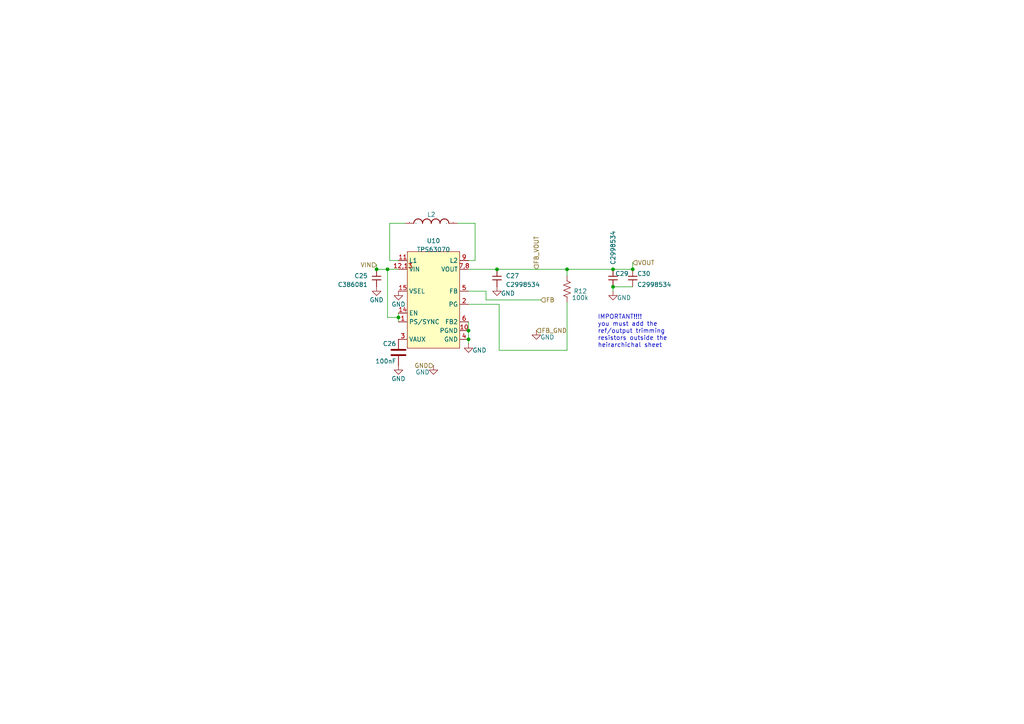
<source format=kicad_sch>
(kicad_sch (version 20230121) (generator eeschema)
  (paper "A4")
  (lib_symbols
    (symbol "foc-pcb:Capacitor" (pin_numbers hide) (pin_names (offset 0.254))
      (property "Reference" "C" (at 0.635 2.54 0))
      (property "Value" "Capacitor" (at 0.635 -2.54 0))
      (symbol "Capacitor_0_1"
        (polyline (pts (xy -2.032 -0.762) (xy 2.032 -0.762)) (stroke (width 0.508)))
        (polyline (pts (xy -2.032 0.762) (xy 2.032 0.762)) (stroke (width 0.508)))
      )
      (symbol "Capacitor_1_1"
        (pin passive line (at 0 3.81 270) (length 2.794) (name "~") (number "1"))
        (pin passive line (at 0 -3.81 90) (length 2.794) (name "~") (number "2"))
      )
    )
    (symbol "foc-pcb:Capacitor_small" (pin_numbers hide) (pin_names (offset 0.254))
      (property "Reference" "C" (at 0.635 2.54 0))
      (property "Value" "Capacitor_small" (at 0.635 -2.54 0))
      (symbol "Capacitor_small_0_1"
        (polyline (pts (xy -1.27 -0.508) (xy 1.27 -0.508)) (stroke (width 0.254)))
        (polyline (pts (xy -1.27 0.508) (xy 1.27 0.508)) (stroke (width 0.254)))
      )
      (symbol "Capacitor_small_1_1"
        (pin passive line (at 0 2.54 270) (length 1.905) (name "~") (number "1"))
        (pin passive line (at 0 -2.54 90) (length 1.905) (name "~") (number "2"))
      )
    )
    (symbol "foc-pcb:Inductor"
      (property "Reference" "L" (at -7.62 2.54 0))
      (symbol "Inductor_0_1"
        (pin passive line (at -7.62 0 0) (length 2.54) (name "1") (number "1"))
        (pin passive line (at 7.62 0 180) (length 2.54) (name "2") (number "2"))
      )
      (symbol "Inductor_1_1"
        (arc (start -3.81 1.27) (mid -4.708 0.898) (end -5.08 0) (stroke (width 0.254)))
        (arc (start -2.54 0) (mid -2.912 0.898) (end -3.81 1.27) (stroke (width 0.254)))
        (arc (start -1.27 1.27) (mid -2.168 0.898) (end -2.54 0) (stroke (width 0.254)))
        (arc (start 0 0) (mid -0.372 0.898) (end -1.27 1.27) (stroke (width 0.254)))
        (arc (start 1.2446 1.27) (mid 0.3629 0.8892) (end 0 0) (stroke (width 0.254)))
        (arc (start 2.54 0) (mid 2.159 0.907) (end 1.2446 1.27) (stroke (width 0.254)))
        (arc (start 3.7846 1.27) (mid 2.9029 0.8892) (end 2.54 0) (stroke (width 0.254)))
        (arc (start 5.08 0) (mid 4.699 0.907) (end 3.7846 1.27) (stroke (width 0.254)))
      )
    )
    (symbol "foc-pcb:Resistor" (pin_numbers hide) (pin_names (offset 0))
      (property "Reference" "R" (at 2.54 0 90))
      (symbol "Resistor_0_1"
        (polyline (pts (xy 0 -2.286) (xy 0 -2.54)))
        (polyline (pts (xy 0 2.286) (xy 0 2.54)))
        (polyline (pts (xy 0 -0.762) (xy 1.016 -1.143) (xy 0 -1.524) (xy -1.016 -1.905) (xy 0 -2.286)))
        (polyline (pts (xy 0 0.762) (xy 1.016 0.381) (xy 0 0) (xy -1.016 -0.381) (xy 0 -0.762)))
        (polyline (pts (xy 0 2.286) (xy 1.016 1.905) (xy 0 1.524) (xy -1.016 1.143) (xy 0 0.762)))
      )
      (symbol "Resistor_1_1"
        (pin passive line (at 0 3.81 270) (length 1.27) (name "~") (number "1"))
        (pin passive line (at 0 -3.81 90) (length 1.27) (name "~") (number "2"))
      )
    )
    (symbol "foc-pcb:TPS63070"
      (property "Reference" "U" (at 1.27 -1.27 0))
      (property "Value" "TPS63070" (at 0 11.43 0))
      (symbol "TPS63070_0_1"
        (rectangle (start -7.62 10.16) (end 7.62 -17.78) (fill (type background)))
      )
      (symbol "TPS63070_1_1"
        (pin input line (at -10.16 -10.16 0) (length 2.54) (name "PS/SYNC") (number "1"))
        (pin input line (at 10.16 -12.7 180) (length 2.54) (name "PGND") (number "10"))
        (pin input line (at -10.16 7.62 0) (length 2.54) (name "L1") (number "11"))
        (pin input line (at -10.16 5.08 0) (length 2.54) (name "VIN") (number "12,13"))
        (pin input line (at -10.16 -7.62 0) (length 2.54) (name "EN") (number "14"))
        (pin input line (at -10.16 -1.27 0) (length 2.54) (name "VSEL") (number "15"))
        (pin input line (at 10.16 -5.08 180) (length 2.54) (name "PG") (number "2"))
        (pin input line (at -10.16 -15.24 0) (length 2.54) (name "VAUX") (number "3"))
        (pin input line (at 10.16 -15.24 180) (length 2.54) (name "GND") (number "4"))
        (pin input line (at 10.16 -1.27 180) (length 2.54) (name "FB") (number "5"))
        (pin input line (at 10.16 -10.16 180) (length 2.54) (name "FB2") (number "6"))
        (pin input line (at 10.16 5.08 180) (length 2.54) (name "VOUT") (number "7,8"))
        (pin input line (at 10.16 7.62 180) (length 2.54) (name "L2") (number "9"))
      )
    )
    (symbol "power:GND" (power) (pin_names (offset 0))
      (property "Value" "GND" (at 0 -3.81 0))
      (symbol "GND_0_1"
        (polyline (pts (xy 0 0) (xy 0 -1.27) (xy 1.27 -1.27) (xy 0 -2.54) (xy -1.27 -1.27) (xy 0 -1.27)))
      )
      (symbol "GND_1_1"
        (pin power_in line (at 0 0 270) (length 0) hide (name "GND") (number "1"))
      )
    )
  )
  (junction (at 109.22 78.105))
  (junction (at 135.89 98.425))
  (junction (at 135.89 95.885))
  (junction (at 164.465 78.105))
  (junction (at 177.8 78.105))
  (junction (at 112.395 78.105))
  (junction (at 183.515 78.105))
  (junction (at 177.8 83.185))
  (junction (at 144.145 78.105))
  (junction (at 115.57 92.075))
  (wire (pts (xy 135.89 98.425) (xy 135.89 99.695)))
  (wire (pts (xy 144.78 88.265) (xy 144.78 101.6)))
  (wire (pts (xy 112.395 92.075) (xy 112.395 78.105)))
  (wire (pts (xy 112.395 78.105) (xy 115.57 78.105)))
  (wire (pts (xy 113.03 64.77) (xy 117.475 64.77)))
  (wire (pts (xy 113.03 75.565) (xy 115.57 75.565)))
  (wire (pts (xy 144.78 101.6) (xy 164.465 101.6)))
  (wire (pts (xy 135.89 88.265) (xy 144.78 88.265)))
  (wire (pts (xy 140.97 84.455) (xy 140.97 86.995)))
  (wire (pts (xy 115.57 92.075) (xy 115.57 93.345)))
  (wire (pts (xy 113.03 64.77) (xy 113.03 75.565)))
  (wire (pts (xy 177.8 83.185) (xy 183.515 83.185)))
  (wire (pts (xy 177.8 83.185) (xy 177.8 84.455)))
  (wire (pts (xy 135.89 84.455) (xy 140.97 84.455)))
  (wire (pts (xy 144.145 78.105) (xy 164.465 78.105)))
  (wire (pts (xy 135.89 93.345) (xy 135.89 95.885)))
  (wire (pts (xy 137.795 75.565) (xy 137.795 64.77)))
  (wire (pts (xy 183.515 76.2) (xy 183.515 78.105)))
  (wire (pts (xy 164.465 80.01) (xy 164.465 78.105)))
  (wire (pts (xy 112.395 92.075) (xy 115.57 92.075)))
  (wire (pts (xy 177.8 78.105) (xy 183.515 78.105)))
  (wire (pts (xy 137.795 64.77) (xy 132.715 64.77)))
  (wire (pts (xy 135.89 75.565) (xy 137.795 75.565)))
  (wire (pts (xy 109.22 76.835) (xy 109.22 78.105)))
  (wire (pts (xy 135.89 95.885) (xy 135.89 98.425)))
  (wire (pts (xy 109.22 78.105) (xy 112.395 78.105)))
  (wire (pts (xy 164.465 87.63) (xy 164.465 101.6)))
  (wire (pts (xy 135.89 78.105) (xy 144.145 78.105)))
  (wire (pts (xy 115.57 90.805) (xy 115.57 92.075)))
  (wire (pts (xy 140.97 86.995) (xy 156.845 86.995)))
  (wire (pts (xy 164.465 78.105) (xy 177.8 78.105)))
  (text "IMPORTANT!!!!\nyou must add the \nref/output trimming \nresistors outside the \nheirarchichal sheet" (at 173.355 100.965 0) (effects (font (size 1.27 1.27)) (justify left bottom)))
  (hierarchical_label "VIN" (shape input) (at 109.22 76.835 180))
  (hierarchical_label "VOUT" (shape input) (at 183.515 76.2 0))
  (hierarchical_label "FB_GND" (shape input) (at 155.575 95.885 0))
  (hierarchical_label "FB" (shape input) (at 156.845 86.995 0))
  (hierarchical_label "FB_VOUT" (shape input) (at 155.575 78.105 90))
  (hierarchical_label "GND" (shape input) (at 125.73 106.045 180))
  (symbol (lib_id "power:GND") (at 177.8 84.455 0) (unit 1)
    (property "Reference" "#PWR056" (effects hide))
    (property "Value" "GND" (at 180.975 86.36 0))
    (instances (project "robot-cortex" (path "" (reference "#PWR056") (unit 1)) (path "" (reference "#PWR060") (unit 1))) (project "foc-pcb" (path "" (reference "#PWR051") (unit 1)) (path "" (reference "#PWR055") (unit 1))))
  )
  (symbol (lib_id "power:GND") (at 155.575 95.885 0) (unit 1)
    (property "Reference" "#PWR055" (effects hide))
    (property "Value" "GND" (at 158.75 97.79 0))
    (instances (project "robot-cortex" (path "" (reference "#PWR055") (unit 1)) (path "" (reference "#PWR059") (unit 1))) (project "foc-pcb" (path "" (reference "#PWR050") (unit 1)) (path "" (reference "#PWR077") (unit 1))))
  )
  (symbol (lib_id "foc-pcb:Inductor") (at 125.095 64.77 0) (unit 1)
    (property "Reference" "L2" (at 125.095 62.23 0))
    (property "Value" "1277AS-H-1R0M=P2" (effects hide))
    (property "Footprint" "robot-cortex:L_1210_3225Metric" (effects hide))
    (property "MPN" "ETQ-P3M3R3KVP" (effects hide))
    (instances (project "robot-cortex" (path "" (reference "L2") (unit 1)) (path "" (reference "L1") (unit 1))) (project "foc-pcb" (path "" (reference "L1") (unit 1)) (path "" (reference "L1") (unit 1))))
  )
  (symbol (lib_id "power:GND") (at 115.57 106.045 0) (unit 1)
    (property "Reference" "#PWR051" (effects hide))
    (property "Value" "GND" (at 115.57 109.855 0))
    (instances (project "robot-cortex" (path "" (reference "#PWR051") (unit 1)) (path "" (reference "#PWR047") (unit 1))) (project "foc-pcb" (path "" (reference "#PWR055") (unit 1)) (path "" (reference "#PWR050") (unit 1))))
  )
  (symbol (lib_id "foc-pcb:Capacitor_small") (at 183.515 80.645 0) (unit 1)
    (property "Reference" "C30" (at 184.785 79.375 0) (effects (justify left)))
    (property "Value" "C2998534" (at 184.785 82.55 0) (effects (justify left)))
    (property "Footprint" "robot-cortex:C_0603_1608Metric" (effects hide))
    (instances (project "robot-cortex" (path "" (reference "C30") (unit 1)) (path "" (reference "C33") (unit 1))) (project "foc-pcb" (path "" (reference "C23") (unit 1)) (path "" (reference "C25") (unit 1))))
  )
  (symbol (lib_id "foc-pcb:Capacitor_small") (at 109.22 80.645 0) (mirror y) (unit 1)
    (property "Reference" "C25" (at 106.68 80.01 0) (effects (justify left)))
    (property "Value" "C386081" (at 106.68 82.55 0) (effects (justify left)))
    (property "Footprint" "robot-cortex:C_0603_1608Metric" (effects hide))
    (instances (project "robot-cortex" (path "" (reference "C25") (unit 1)) (path "" (reference "C22") (unit 1))) (project "foc-pcb" (path "" (reference "C24") (unit 1)) (path "" (reference "C20") (unit 1))))
  )
  (symbol (lib_id "foc-pcb:Capacitor_small") (at 177.8 80.645 0) (unit 1)
    (property "Reference" "C29" (at 178.435 79.375 0) (effects (justify left)))
    (property "Value" "C2998534" (at 177.8 76.835 90) (effects (justify left)))
    (property "Footprint" "robot-cortex:C_0603_1608Metric" (effects hide))
    (instances (project "robot-cortex" (path "" (reference "C29") (unit 1)) (path "" (reference "C32") (unit 1))) (project "foc-pcb" (path "" (reference "C22") (unit 1)) (path "" (reference "C24") (unit 1))))
  )
  (symbol (lib_id "power:GND") (at 115.57 84.455 0) (unit 1)
    (property "Reference" "#PWR050" (effects hide))
    (property "Value" "GND" (at 115.57 88.265 0))
    (instances (project "robot-cortex" (path "" (reference "#PWR050") (unit 1)) (path "" (reference "#PWR046") (unit 1))) (project "foc-pcb" (path "" (reference "#PWR053") (unit 1)) (path "" (reference "#PWR049") (unit 1))))
  )
  (symbol (lib_id "power:GND") (at 144.145 83.185 0) (unit 1)
    (property "Reference" "#PWR054" (effects hide))
    (property "Value" "GND" (at 147.32 85.09 0))
    (instances (project "robot-cortex" (path "" (reference "#PWR054") (unit 1)) (path "" (reference "#PWR058") (unit 1))) (project "foc-pcb" (path "" (reference "#PWR048") (unit 1)) (path "" (reference "#PWR053") (unit 1))))
  )
  (symbol (lib_id "power:GND") (at 125.73 106.045 0) (mirror y) (unit 1)
    (property "Reference" "#PWR052" (effects hide))
    (property "Value" "GND" (at 122.555 107.95 0))
    (instances (project "robot-cortex" (path "" (reference "#PWR052") (unit 1)) (path "" (reference "#PWR048") (unit 1))) (project "foc-pcb" (path "" (reference "#PWR054") (unit 1)) (path "" (reference "#PWR051") (unit 1))))
  )
  (symbol (lib_id "foc-pcb:TPS63070") (at 125.73 83.185 0) (unit 1)
    (property "Reference" "U10" (at 125.73 69.85 0))
    (property "Value" "TPS63070" (at 125.73 72.39 0))
    (property "Footprint" "robot-cortex:VQFN-TPS63070" (effects hide))
    (instances (project "robot-cortex" (path "" (reference "U10") (unit 1)) (path "" (reference "U11") (unit 1))) (project "foc-pcb" (path "" (reference "U10") (unit 1)) (path "" (reference "U10") (unit 1))))
  )
  (symbol (lib_id "foc-pcb:Resistor") (at 164.465 83.82 0) (unit 1)
    (property "Reference" "R12" (at 166.37 84.455 0) (effects (justify left)))
    (property "Value" "100k" (at 168.275 86.36 0))
    (property "Footprint" "robot-cortex:C_0402_1005Metric" (effects hide))
    (instances (project "robot-cortex" (path "" (reference "R12") (unit 1)) (path "" (reference "R15") (unit 1))) (project "foc-pcb" (path "" (reference "R10") (unit 1)) (path "" (reference "R10") (unit 1))))
  )
  (symbol (lib_id "foc-pcb:Capacitor_small") (at 144.145 80.645 0) (unit 1)
    (property "Reference" "C27" (at 146.685 80.01 0) (effects (justify left)))
    (property "Value" "C2998534" (at 146.685 82.55 0) (effects (justify left)))
    (property "Footprint" "robot-cortex:C_0603_1608Metric" (effects hide))
    (instances (project "robot-cortex" (path "" (reference "C27") (unit 1)) (path "" (reference "C24") (unit 1))) (project "foc-pcb" (path "" (reference "C20") (unit 1)) (path "" (reference "C22") (unit 1))))
  )
  (symbol (lib_id "foc-pcb:Capacitor") (at 115.57 102.235 0) (mirror y) (unit 1)
    (property "Reference" "C26" (at 114.935 99.695 0) (effects (justify left)))
    (property "Value" "100nF" (at 114.935 104.775 0) (effects (justify left)))
    (property "Footprint" "robot-cortex:C_0402_1005Metric" (effects hide))
    (instances (project "robot-cortex" (path "" (reference "C26") (unit 1)) (path "" (reference "C23") (unit 1))) (project "foc-pcb" (path "" (reference "C25") (unit 1)) (path "" (reference "C21") (unit 1))))
  )
  (symbol (lib_id "power:GND") (at 135.89 99.695 0) (unit 1)
    (property "Reference" "#PWR053" (effects hide))
    (property "Value" "GND" (at 139.065 101.6 0))
    (instances (project "robot-cortex" (path "" (reference "#PWR053") (unit 1)) (path "" (reference "#PWR057") (unit 1))) (project "foc-pcb" (path "" (reference "#PWR050") (unit 1)) (path "" (reference "#PWR052") (unit 1))))
  )
  (symbol (lib_id "power:GND") (at 109.22 83.185 0) (unit 1)
    (property "Reference" "#PWR049" (effects hide))
    (property "Value" "GND" (at 109.22 86.995 0))
    (instances (project "robot-cortex" (path "" (reference "#PWR049") (unit 1)) (path "" (reference "#PWR045") (unit 1))) (project "foc-pcb" (path "" (reference "#PWR055") (unit 1)) (path "" (reference "#PWR048") (unit 1))))
  )
)
</source>
